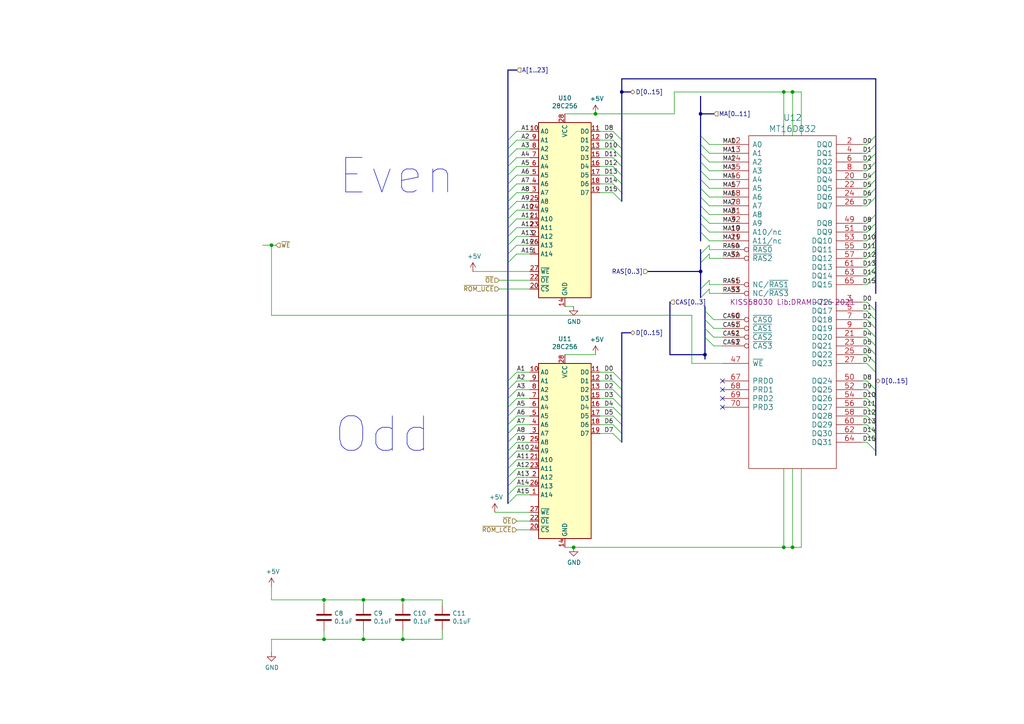
<source format=kicad_sch>
(kicad_sch (version 20231120) (generator "eeschema") (generator_version "8.0")
  (paper "A4")
  (lib_symbols
    (symbol "Device:C" (pin_numbers hide) (pin_names (offset 0.254))
      (property "Reference" "C" (at 0.635 2.54 0))
      (property "Value" "C" (at 0.635 -2.54 0))
      (symbol "C_0_1"
        (polyline (pts (xy -2.032 -0.762) (xy 2.032 -0.762)) (stroke (width 0.508)))
        (polyline (pts (xy -2.032 0.762) (xy 2.032 0.762)) (stroke (width 0.508)))
      )
      (symbol "C_1_1"
        (pin passive line (at 0 3.81 270) (length 2.794) (name "~") (number "1"))
        (pin passive line (at 0 -3.81 90) (length 2.794) (name "~") (number "2"))
      )
    )
    (symbol "KISS68030 Rescue:MT16D832" (pin_names (offset 1.016))
      (property "Reference" "U" (at 0 13.97 0))
      (property "Value" "MT16D832" (at 11.43 -50.8 0))
      (property "Footprint" "KISS68030 Lib:DRAM-72-2021" (at 0 0 0))
      (symbol "MT16D832_0_1"
        (rectangle (start -12.7 -48.26) (end 12.7 48.26))
      )
      (symbol "MT16D832_1_1"
        (pin power_in line (at -2.54 -48.26 90) (length 0) hide (name "GND") (number "1"))
        (pin power_in line (at -2.54 48.26 270) (length 0) hide (name "VCC") (number "10"))
        (pin input line (at -20.32 45.72 0) (length 7.62) (name "A0") (number "12"))
        (pin input line (at -20.32 43.18 0) (length 7.62) (name "A1") (number "13"))
        (pin input line (at -20.32 40.64 0) (length 7.62) (name "A2") (number "14"))
        (pin input line (at -20.32 38.1 0) (length 7.62) (name "A3") (number "15"))
        (pin input line (at -20.32 35.56 0) (length 7.62) (name "A4") (number "16"))
        (pin input line (at -20.32 33.02 0) (length 7.62) (name "A5") (number "17"))
        (pin input line (at -20.32 30.48 0) (length 7.62) (name "A6") (number "18"))
        (pin input line (at -20.32 20.32 0) (length 7.62) (name "A10/nc") (number "19"))
        (pin tri_state line (at 20.32 45.72 180) (length 7.62) (name "DQ0") (number "2"))
        (pin tri_state line (at 20.32 35.56 180) (length 7.62) (name "DQ4") (number "20"))
        (pin tri_state line (at 20.32 -10.16 180) (length 7.62) (name "DQ20") (number "21"))
        (pin tri_state line (at 20.32 33.02 180) (length 7.62) (name "DQ5") (number "22"))
        (pin tri_state line (at 20.32 -12.7 180) (length 7.62) (name "DQ21") (number "23"))
        (pin tri_state line (at 20.32 30.48 180) (length 7.62) (name "DQ6") (number "24"))
        (pin tri_state line (at 20.32 -15.24 180) (length 7.62) (name "DQ22") (number "25"))
        (pin tri_state line (at 20.32 27.94 180) (length 7.62) (name "DQ7") (number "26"))
        (pin tri_state line (at 20.32 -17.78 180) (length 7.62) (name "DQ23") (number "27"))
        (pin input line (at -20.32 27.94 0) (length 7.62) (name "A7") (number "28"))
        (pin input line (at -20.32 17.78 0) (length 7.62) (name "A11/nc") (number "29"))
        (pin tri_state line (at 20.32 0 180) (length 7.62) (name "DQ16") (number "3"))
        (pin power_in line (at 0 48.26 270) (length 0) hide (name "VCC") (number "30"))
        (pin input line (at -20.32 25.4 0) (length 7.62) (name "A8") (number "31"))
        (pin input line (at -20.32 22.86 0) (length 7.62) (name "A9") (number "32"))
        (pin input inverted (at -20.32 2.54 0) (length 7.62) (name "NC/~{RAS3}") (number "33"))
        (pin input inverted (at -20.32 12.7 0) (length 7.62) (name "~{RAS2}") (number "34"))
        (pin power_in line (at 0 -48.26 90) (length 0) hide (name "GND") (number "39"))
        (pin tri_state line (at 20.32 43.18 180) (length 7.62) (name "DQ1") (number "4"))
        (pin input inverted (at -20.32 -5.08 0) (length 7.62) (name "~{CAS0}") (number "40"))
        (pin input inverted (at -20.32 -10.16 0) (length 7.62) (name "~{CAS2}") (number "41"))
        (pin input inverted (at -20.32 -12.7 0) (length 7.62) (name "~{CAS3}") (number "42"))
        (pin input inverted (at -20.32 -7.62 0) (length 7.62) (name "~{CAS1}") (number "43"))
        (pin input inverted (at -20.32 15.24 0) (length 7.62) (name "~{RAS0}") (number "44"))
        (pin input inverted (at -20.32 5.08 0) (length 7.62) (name "NC/~{RAS1}") (number "45"))
        (pin input line (at -20.32 -17.78 0) (length 7.62) (name "~{WE}") (number "47"))
        (pin tri_state line (at 20.32 22.86 180) (length 7.62) (name "DQ8") (number "49"))
        (pin tri_state line (at 20.32 -2.54 180) (length 7.62) (name "DQ17") (number "5"))
        (pin tri_state line (at 20.32 -22.86 180) (length 7.62) (name "DQ24") (number "50"))
        (pin tri_state line (at 20.32 20.32 180) (length 7.62) (name "DQ9") (number "51"))
        (pin tri_state line (at 20.32 -25.4 180) (length 7.62) (name "DQ25") (number "52"))
        (pin tri_state line (at 20.32 17.78 180) (length 7.62) (name "DQ10") (number "53"))
        (pin tri_state line (at 20.32 -27.94 180) (length 7.62) (name "DQ26") (number "54"))
        (pin tri_state line (at 20.32 15.24 180) (length 7.62) (name "DQ11") (number "55"))
        (pin tri_state line (at 20.32 -30.48 180) (length 7.62) (name "DQ27") (number "56"))
        (pin tri_state line (at 20.32 12.7 180) (length 7.62) (name "DQ12") (number "57"))
        (pin tri_state line (at 20.32 -33.02 180) (length 7.62) (name "DQ28") (number "58"))
        (pin power_in line (at 2.54 48.26 270) (length 0) hide (name "VCC") (number "59"))
        (pin tri_state line (at 20.32 40.64 180) (length 7.62) (name "DQ2") (number "6"))
        (pin tri_state line (at 20.32 -35.56 180) (length 7.62) (name "DQ29") (number "60"))
        (pin tri_state line (at 20.32 10.16 180) (length 7.62) (name "DQ13") (number "61"))
        (pin tri_state line (at 20.32 -38.1 180) (length 7.62) (name "DQ30") (number "62"))
        (pin tri_state line (at 20.32 7.62 180) (length 7.62) (name "DQ14") (number "63"))
        (pin tri_state line (at 20.32 -40.64 180) (length 7.62) (name "DQ31") (number "64"))
        (pin tri_state line (at 20.32 5.08 180) (length 7.62) (name "DQ15") (number "65"))
        (pin input line (at -20.32 -22.86 0) (length 7.62) (name "PRD0") (number "67"))
        (pin input line (at -20.32 -25.4 0) (length 7.62) (name "PRD1") (number "68"))
        (pin input line (at -20.32 -27.94 0) (length 7.62) (name "PRD2") (number "69"))
        (pin tri_state line (at 20.32 -5.08 180) (length 7.62) (name "DQ18") (number "7"))
        (pin input line (at -20.32 -30.48 0) (length 7.62) (name "PRD3") (number "70"))
        (pin power_in line (at 2.54 -48.26 90) (length 0) hide (name "GND") (number "72"))
        (pin tri_state line (at 20.32 38.1 180) (length 7.62) (name "DQ3") (number "8"))
        (pin tri_state line (at 20.32 -7.62 180) (length 7.62) (name "DQ19") (number "9"))
      )
    )
    (symbol "Memory_EEPROM:28C256"
      (property "Reference" "U" (at -7.62 26.67 0))
      (property "Value" "28C256" (at 2.54 -26.67 0))
      (symbol "28C256_1_1"
        (rectangle (start -7.62 25.4) (end 7.62 -25.4) (stroke (width 0.254)) (fill (type background)))
        (pin input line (at -10.16 -12.7 0) (length 2.54) (name "A14") (number "1"))
        (pin input line (at -10.16 22.86 0) (length 2.54) (name "A0") (number "10"))
        (pin tri_state line (at 10.16 22.86 180) (length 2.54) (name "D0") (number "11"))
        (pin tri_state line (at 10.16 20.32 180) (length 2.54) (name "D1") (number "12"))
        (pin tri_state line (at 10.16 17.78 180) (length 2.54) (name "D2") (number "13"))
        (pin power_in line (at 0 -27.94 90) (length 2.54) (name "GND") (number "14"))
        (pin tri_state line (at 10.16 15.24 180) (length 2.54) (name "D3") (number "15"))
        (pin tri_state line (at 10.16 12.7 180) (length 2.54) (name "D4") (number "16"))
        (pin tri_state line (at 10.16 10.16 180) (length 2.54) (name "D5") (number "17"))
        (pin tri_state line (at 10.16 7.62 180) (length 2.54) (name "D6") (number "18"))
        (pin tri_state line (at 10.16 5.08 180) (length 2.54) (name "D7") (number "19"))
        (pin input line (at -10.16 -7.62 0) (length 2.54) (name "A12") (number "2"))
        (pin input line (at -10.16 -22.86 0) (length 2.54) (name "~{CS}") (number "20"))
        (pin input line (at -10.16 -2.54 0) (length 2.54) (name "A10") (number "21"))
        (pin input line (at -10.16 -20.32 0) (length 2.54) (name "~{OE}") (number "22"))
        (pin input line (at -10.16 -5.08 0) (length 2.54) (name "A11") (number "23"))
        (pin input line (at -10.16 0 0) (length 2.54) (name "A9") (number "24"))
        (pin input line (at -10.16 2.54 0) (length 2.54) (name "A8") (number "25"))
        (pin input line (at -10.16 -10.16 0) (length 2.54) (name "A13") (number "26"))
        (pin input line (at -10.16 -17.78 0) (length 2.54) (name "~{WE}") (number "27"))
        (pin power_in line (at 0 27.94 270) (length 2.54) (name "VCC") (number "28"))
        (pin input line (at -10.16 5.08 0) (length 2.54) (name "A7") (number "3"))
        (pin input line (at -10.16 7.62 0) (length 2.54) (name "A6") (number "4"))
        (pin input line (at -10.16 10.16 0) (length 2.54) (name "A5") (number "5"))
        (pin input line (at -10.16 12.7 0) (length 2.54) (name "A4") (number "6"))
        (pin input line (at -10.16 15.24 0) (length 2.54) (name "A3") (number "7"))
        (pin input line (at -10.16 17.78 0) (length 2.54) (name "A2") (number "8"))
        (pin input line (at -10.16 20.32 0) (length 2.54) (name "A1") (number "9"))
      )
    )
    (symbol "power:+5V" (power) (pin_names (offset 0))
      (property "Value" "+5V" (at 0 3.556 0))
      (symbol "+5V_0_1"
        (polyline (pts (xy -0.762 1.27) (xy 0 2.54)))
        (polyline (pts (xy 0 0) (xy 0 2.54)))
        (polyline (pts (xy 0 2.54) (xy 0.762 1.27)))
      )
      (symbol "+5V_1_1"
        (pin power_in line (at 0 0 90) (length 0) hide (name "+5V") (number "1"))
      )
    )
    (symbol "power:GND" (power) (pin_names (offset 0))
      (property "Value" "GND" (at 0 -3.81 0))
      (symbol "GND_0_1"
        (polyline (pts (xy 0 0) (xy 0 -1.27) (xy 1.27 -1.27) (xy 0 -2.54) (xy -1.27 -1.27) (xy 0 -1.27)))
      )
      (symbol "GND_1_1"
        (pin power_in line (at 0 0 270) (length 0) hide (name "GND") (number "1"))
      )
    )
  )
  (junction (at 229.87 158.75))
  (junction (at 78.74 71.12))
  (junction (at 180.34 26.67))
  (junction (at 116.84 185.42))
  (junction (at 93.98 185.42))
  (junction (at 105.41 185.42))
  (junction (at 166.37 158.75))
  (junction (at 172.72 33.02))
  (junction (at 229.87 26.67))
  (junction (at 203.2 33.02))
  (junction (at 227.33 158.75))
  (junction (at 116.84 173.99))
  (junction (at 105.41 173.99))
  (junction (at 204.47 102.87))
  (junction (at 227.33 26.67))
  (junction (at 93.98 173.99))
  (junction (at 203.2 78.74))
  (no_connect (at 209.55 118.11))
  (no_connect (at 209.55 113.03))
  (no_connect (at 209.55 115.57))
  (no_connect (at 209.55 110.49))
  (bus_entry (at 254 72.39) (size -2.54 2.54))
  (bus_entry (at 254 80.01) (size -2.54 2.54))
  (bus_entry (at 254 39.37) (size -2.54 2.54))
  (bus_entry (at 204.47 95.25) (size 2.54 2.54))
  (bus_entry (at 149.86 133.35) (size -2.54 2.54))
  (bus_entry (at 149.86 48.26) (size -2.54 2.54))
  (bus_entry (at 177.8 110.49) (size 2.54 2.54))
  (bus_entry (at 254 92.71) (size -2.54 -2.54))
  (bus_entry (at 254 100.33) (size -2.54 -2.54))
  (bus_entry (at 177.8 118.11) (size 2.54 2.54))
  (bus_entry (at 254 113.03) (size -2.54 -2.54))
  (bus_entry (at 254 69.85) (size -2.54 2.54))
  (bus_entry (at 254 120.65) (size -2.54 -2.54))
  (bus_entry (at 203.2 67.31) (size 2.54 2.54))
  (bus_entry (at 177.8 115.57) (size 2.54 2.54))
  (bus_entry (at 203.2 57.15) (size 2.54 2.54))
  (bus_entry (at 177.8 50.8) (size 2.54 2.54))
  (bus_entry (at 149.86 130.81) (size -2.54 2.54))
  (bus_entry (at 254 95.25) (size -2.54 -2.54))
  (bus_entry (at 149.86 113.03) (size -2.54 2.54))
  (bus_entry (at 149.86 45.72) (size -2.54 2.54))
  (bus_entry (at 149.86 71.12) (size -2.54 2.54))
  (bus_entry (at 254 57.15) (size -2.54 2.54))
  (bus_entry (at 177.8 43.18) (size 2.54 2.54))
  (bus_entry (at 149.86 73.66) (size -2.54 2.54))
  (bus_entry (at 149.86 118.11) (size -2.54 2.54))
  (bus_entry (at 254 77.47) (size -2.54 2.54))
  (bus_entry (at 203.2 46.99) (size 2.54 2.54))
  (bus_entry (at 149.86 55.88) (size -2.54 2.54))
  (bus_entry (at 149.86 128.27) (size -2.54 2.54))
  (bus_entry (at 254 49.53) (size -2.54 2.54))
  (bus_entry (at 149.86 38.1) (size -2.54 2.54))
  (bus_entry (at 149.86 135.89) (size -2.54 2.54))
  (bus_entry (at 254 102.87) (size -2.54 -2.54))
  (bus_entry (at 204.47 97.79) (size 2.54 2.54))
  (bus_entry (at 204.47 90.17) (size 2.54 2.54))
  (bus_entry (at 177.8 38.1) (size 2.54 2.54))
  (bus_entry (at 203.2 59.69) (size 2.54 2.54))
  (bus_entry (at 149.86 140.97) (size -2.54 2.54))
  (bus_entry (at 149.86 63.5) (size -2.54 2.54))
  (bus_entry (at 203.2 62.23) (size 2.54 2.54))
  (bus_entry (at 177.8 40.64) (size 2.54 2.54))
  (bus_entry (at 203.2 76.2) (size 2.54 -2.54))
  (bus_entry (at 254 123.19) (size -2.54 -2.54))
  (bus_entry (at 254 128.27) (size -2.54 -2.54))
  (bus_entry (at 149.86 58.42) (size -2.54 2.54))
  (bus_entry (at 203.2 83.82) (size 2.54 -2.54))
  (bus_entry (at 203.2 52.07) (size 2.54 2.54))
  (bus_entry (at 177.8 113.03) (size 2.54 2.54))
  (bus_entry (at 149.86 43.18) (size -2.54 2.54))
  (bus_entry (at 254 107.95) (size -2.54 -2.54))
  (bus_entry (at 203.2 49.53) (size 2.54 2.54))
  (bus_entry (at 149.86 143.51) (size -2.54 2.54))
  (bus_entry (at 254 41.91) (size -2.54 2.54))
  (bus_entry (at 149.86 123.19) (size -2.54 2.54))
  (bus_entry (at 254 67.31) (size -2.54 2.54))
  (bus_entry (at 203.2 39.37) (size 2.54 2.54))
  (bus_entry (at 177.8 125.73) (size 2.54 2.54))
  (bus_entry (at 203.2 54.61) (size 2.54 2.54))
  (bus_entry (at 203.2 73.66) (size 2.54 -2.54))
  (bus_entry (at 254 115.57) (size -2.54 -2.54))
  (bus_entry (at 149.86 53.34) (size -2.54 2.54))
  (bus_entry (at 149.86 50.8) (size -2.54 2.54))
  (bus_entry (at 177.8 45.72) (size 2.54 2.54))
  (bus_entry (at 254 64.77) (size -2.54 2.54))
  (bus_entry (at 149.86 110.49) (size -2.54 2.54))
  (bus_entry (at 254 90.17) (size -2.54 -2.54))
  (bus_entry (at 254 52.07) (size -2.54 2.54))
  (bus_entry (at 149.86 125.73) (size -2.54 2.54))
  (bus_entry (at 149.86 68.58) (size -2.54 2.54))
  (bus_entry (at 254 62.23) (size -2.54 2.54))
  (bus_entry (at 149.86 138.43) (size -2.54 2.54))
  (bus_entry (at 177.8 55.88) (size 2.54 2.54))
  (bus_entry (at 203.2 64.77) (size 2.54 2.54))
  (bus_entry (at 254 44.45) (size -2.54 2.54))
  (bus_entry (at 254 74.93) (size -2.54 2.54))
  (bus_entry (at 149.86 60.96) (size -2.54 2.54))
  (bus_entry (at 204.47 92.71) (size 2.54 2.54))
  (bus_entry (at 254 54.61) (size -2.54 2.54))
  (bus_entry (at 177.8 48.26) (size 2.54 2.54))
  (bus_entry (at 177.8 123.19) (size 2.54 2.54))
  (bus_entry (at 149.86 115.57) (size -2.54 2.54))
  (bus_entry (at 177.8 120.65) (size 2.54 2.54))
  (bus_entry (at 149.86 66.04) (size -2.54 2.54))
  (bus_entry (at 149.86 120.65) (size -2.54 2.54))
  (bus_entry (at 254 97.79) (size -2.54 -2.54))
  (bus_entry (at 149.86 107.95) (size -2.54 2.54))
  (bus_entry (at 203.2 41.91) (size 2.54 2.54))
  (bus_entry (at 254 105.41) (size -2.54 -2.54))
  (bus_entry (at 177.8 107.95) (size 2.54 2.54))
  (bus_entry (at 254 125.73) (size -2.54 -2.54))
  (bus_entry (at 254 46.99) (size -2.54 2.54))
  (bus_entry (at 254 118.11) (size -2.54 -2.54))
  (bus_entry (at 203.2 86.36) (size 2.54 -2.54))
  (bus_entry (at 203.2 44.45) (size 2.54 2.54))
  (bus_entry (at 177.8 53.34) (size 2.54 2.54))
  (bus_entry (at 149.86 40.64) (size -2.54 2.54))
  (bus_entry (at 254 130.81) (size -2.54 -2.54))
  (bus (pts (xy 203.2 72.39) (xy 203.2 73.66)))
  (bus (pts (xy 203.2 57.15) (xy 203.2 59.69)))
  (wire (pts (xy 116.84 182.88) (xy 116.84 185.42)))
  (wire (pts (xy 93.98 185.42) (xy 105.41 185.42)))
  (wire (pts (xy 200.66 91.44) (xy 78.74 91.44)))
  (bus (pts (xy 254 125.73) (xy 254 128.27)))
  (bus (pts (xy 194.31 102.87) (xy 204.47 102.87)))
  (wire (pts (xy 173.99 53.34) (xy 177.8 53.34)))
  (bus (pts (xy 147.32 113.03) (xy 147.32 115.57)))
  (bus (pts (xy 147.32 58.42) (xy 147.32 60.96)))
  (wire (pts (xy 250.19 90.17) (xy 251.46 90.17)))
  (wire (pts (xy 173.99 55.88) (xy 177.8 55.88)))
  (bus (pts (xy 180.34 40.64) (xy 180.34 43.18)))
  (wire (pts (xy 250.19 52.07) (xy 251.46 52.07)))
  (wire (pts (xy 173.99 118.11) (xy 177.8 118.11)))
  (bus (pts (xy 147.32 55.88) (xy 147.32 58.42)))
  (wire (pts (xy 250.19 118.11) (xy 251.46 118.11)))
  (wire (pts (xy 128.27 175.26) (xy 128.27 173.99)))
  (wire (pts (xy 153.67 113.03) (xy 149.86 113.03)))
  (bus (pts (xy 147.32 120.65) (xy 147.32 123.19)))
  (wire (pts (xy 153.67 38.1) (xy 149.86 38.1)))
  (bus (pts (xy 204.47 92.71) (xy 204.47 95.25)))
  (wire (pts (xy 250.19 49.53) (xy 251.46 49.53)))
  (bus (pts (xy 254 62.23) (xy 254 64.77)))
  (wire (pts (xy 153.67 128.27) (xy 149.86 128.27)))
  (wire (pts (xy 78.74 91.44) (xy 78.74 71.12)))
  (wire (pts (xy 153.67 138.43) (xy 149.86 138.43)))
  (wire (pts (xy 78.74 185.42) (xy 93.98 185.42)))
  (wire (pts (xy 250.19 57.15) (xy 251.46 57.15)))
  (bus (pts (xy 180.34 125.73) (xy 180.34 128.27)))
  (wire (pts (xy 153.67 118.11) (xy 149.86 118.11)))
  (bus (pts (xy 147.32 53.34) (xy 147.32 55.88)))
  (bus (pts (xy 147.32 60.96) (xy 147.32 63.5)))
  (wire (pts (xy 250.19 87.63) (xy 251.46 87.63)))
  (wire (pts (xy 153.67 107.95) (xy 149.86 107.95)))
  (wire (pts (xy 173.99 107.95) (xy 177.8 107.95)))
  (bus (pts (xy 254 52.07) (xy 254 54.61)))
  (bus (pts (xy 254 100.33) (xy 254 102.87)))
  (bus (pts (xy 204.47 102.87) (xy 204.47 104.14)))
  (bus (pts (xy 180.34 123.19) (xy 180.34 125.73)))
  (bus (pts (xy 254 64.77) (xy 254 67.31)))
  (bus (pts (xy 147.32 45.72) (xy 147.32 48.26)))
  (wire (pts (xy 205.74 69.85) (xy 209.55 69.85)))
  (bus (pts (xy 254 102.87) (xy 254 105.41)))
  (bus (pts (xy 147.32 110.49) (xy 147.32 113.03)))
  (wire (pts (xy 250.19 97.79) (xy 251.46 97.79)))
  (wire (pts (xy 153.67 48.26) (xy 149.86 48.26)))
  (wire (pts (xy 116.84 173.99) (xy 128.27 173.99)))
  (bus (pts (xy 254 44.45) (xy 254 46.99)))
  (wire (pts (xy 153.67 71.12) (xy 149.86 71.12)))
  (bus (pts (xy 254 128.27) (xy 254 130.81)))
  (bus (pts (xy 203.2 78.74) (xy 203.2 83.82)))
  (wire (pts (xy 153.67 55.88) (xy 149.86 55.88)))
  (wire (pts (xy 205.74 67.31) (xy 209.55 67.31)))
  (wire (pts (xy 153.67 151.13) (xy 149.86 151.13)))
  (wire (pts (xy 153.67 130.81) (xy 149.86 130.81)))
  (wire (pts (xy 227.33 158.75) (xy 166.37 158.75)))
  (wire (pts (xy 205.74 46.99) (xy 209.55 46.99)))
  (wire (pts (xy 250.19 41.91) (xy 251.46 41.91)))
  (bus (pts (xy 254 105.41) (xy 254 107.95)))
  (wire (pts (xy 250.19 46.99) (xy 251.46 46.99)))
  (wire (pts (xy 229.87 135.89) (xy 229.87 158.75)))
  (wire (pts (xy 163.83 88.9) (xy 166.37 88.9)))
  (wire (pts (xy 173.99 115.57) (xy 177.8 115.57)))
  (bus (pts (xy 203.2 83.82) (xy 203.2 86.36)))
  (wire (pts (xy 250.19 80.01) (xy 251.46 80.01)))
  (wire (pts (xy 209.55 105.41) (xy 200.66 105.41)))
  (bus (pts (xy 147.32 40.64) (xy 147.32 43.18)))
  (wire (pts (xy 153.67 110.49) (xy 149.86 110.49)))
  (bus (pts (xy 180.34 96.52) (xy 182.88 96.52)))
  (bus (pts (xy 147.32 138.43) (xy 147.32 140.97)))
  (wire (pts (xy 173.99 113.03) (xy 177.8 113.03)))
  (wire (pts (xy 250.19 59.69) (xy 251.46 59.69)))
  (wire (pts (xy 250.19 105.41) (xy 251.46 105.41)))
  (wire (pts (xy 172.72 102.87) (xy 163.83 102.87)))
  (wire (pts (xy 250.19 64.77) (xy 251.46 64.77)))
  (bus (pts (xy 187.96 78.74) (xy 203.2 78.74)))
  (bus (pts (xy 147.32 128.27) (xy 147.32 130.81)))
  (bus (pts (xy 180.34 26.67) (xy 180.34 40.64)))
  (bus (pts (xy 147.32 68.58) (xy 147.32 71.12)))
  (wire (pts (xy 232.41 39.37) (xy 232.41 26.67)))
  (wire (pts (xy 78.74 170.18) (xy 78.74 173.99)))
  (bus (pts (xy 180.34 22.86) (xy 254 22.86)))
  (wire (pts (xy 250.19 77.47) (xy 251.46 77.47)))
  (bus (pts (xy 203.2 54.61) (xy 203.2 57.15)))
  (wire (pts (xy 143.51 148.59) (xy 153.67 148.59)))
  (wire (pts (xy 232.41 158.75) (xy 229.87 158.75)))
  (wire (pts (xy 153.67 40.64) (xy 149.86 40.64)))
  (bus (pts (xy 254 57.15) (xy 254 62.23)))
  (wire (pts (xy 78.74 185.42) (xy 78.74 189.23)))
  (wire (pts (xy 153.67 153.67) (xy 149.86 153.67)))
  (bus (pts (xy 204.47 97.79) (xy 204.47 102.87)))
  (wire (pts (xy 250.19 67.31) (xy 251.46 67.31)))
  (wire (pts (xy 229.87 158.75) (xy 227.33 158.75)))
  (wire (pts (xy 205.74 44.45) (xy 209.55 44.45)))
  (wire (pts (xy 205.74 82.55) (xy 209.55 82.55)))
  (bus (pts (xy 204.47 95.25) (xy 204.47 97.79)))
  (wire (pts (xy 105.41 185.42) (xy 116.84 185.42)))
  (bus (pts (xy 254 95.25) (xy 254 97.79)))
  (wire (pts (xy 250.19 128.27) (xy 251.46 128.27)))
  (wire (pts (xy 205.74 54.61) (xy 209.55 54.61)))
  (wire (pts (xy 250.19 100.33) (xy 251.46 100.33)))
  (wire (pts (xy 173.99 48.26) (xy 177.8 48.26)))
  (bus (pts (xy 203.2 76.2) (xy 203.2 78.74)))
  (bus (pts (xy 147.32 20.32) (xy 147.32 40.64)))
  (wire (pts (xy 250.19 72.39) (xy 251.46 72.39)))
  (wire (pts (xy 200.66 105.41) (xy 200.66 91.44)))
  (bus (pts (xy 147.32 143.51) (xy 147.32 146.05)))
  (wire (pts (xy 153.67 63.5) (xy 149.86 63.5)))
  (bus (pts (xy 147.32 43.18) (xy 147.32 45.72)))
  (wire (pts (xy 173.99 50.8) (xy 177.8 50.8)))
  (wire (pts (xy 205.74 52.07) (xy 209.55 52.07)))
  (bus (pts (xy 147.32 63.5) (xy 147.32 66.04)))
  (wire (pts (xy 207.01 97.79) (xy 209.55 97.79)))
  (wire (pts (xy 229.87 26.67) (xy 227.33 26.67)))
  (wire (pts (xy 153.67 140.97) (xy 149.86 140.97)))
  (bus (pts (xy 254 87.63) (xy 254 90.17)))
  (bus (pts (xy 254 49.53) (xy 254 52.07)))
  (wire (pts (xy 205.74 57.15) (xy 209.55 57.15)))
  (wire (pts (xy 128.27 182.88) (xy 128.27 185.42)))
  (bus (pts (xy 147.32 115.57) (xy 147.32 118.11)))
  (wire (pts (xy 205.74 81.28) (xy 205.74 82.55)))
  (wire (pts (xy 153.67 58.42) (xy 149.86 58.42)))
  (bus (pts (xy 147.32 125.73) (xy 147.32 128.27)))
  (bus (pts (xy 180.34 45.72) (xy 180.34 48.26)))
  (bus (pts (xy 254 118.11) (xy 254 120.65)))
  (wire (pts (xy 250.19 44.45) (xy 251.46 44.45)))
  (wire (pts (xy 250.19 69.85) (xy 251.46 69.85)))
  (wire (pts (xy 205.74 59.69) (xy 209.55 59.69)))
  (bus (pts (xy 180.34 43.18) (xy 180.34 45.72)))
  (wire (pts (xy 205.74 41.91) (xy 209.55 41.91)))
  (bus (pts (xy 203.2 44.45) (xy 203.2 46.99)))
  (bus (pts (xy 147.32 20.32) (xy 149.86 20.32)))
  (bus (pts (xy 180.34 26.67) (xy 180.34 22.86)))
  (wire (pts (xy 227.33 26.67) (xy 195.58 26.67)))
  (wire (pts (xy 232.41 26.67) (xy 229.87 26.67)))
  (bus (pts (xy 254 41.91) (xy 254 44.45)))
  (bus (pts (xy 254 67.31) (xy 254 69.85)))
  (bus (pts (xy 254 77.47) (xy 254 80.01)))
  (wire (pts (xy 105.41 175.26) (xy 105.41 173.99)))
  (bus (pts (xy 147.32 135.89) (xy 147.32 138.43)))
  (bus (pts (xy 204.47 90.17) (xy 204.47 92.71)))
  (wire (pts (xy 207.01 92.71) (xy 209.55 92.71)))
  (wire (pts (xy 207.01 95.25) (xy 209.55 95.25)))
  (wire (pts (xy 250.19 123.19) (xy 251.46 123.19)))
  (bus (pts (xy 207.01 33.02) (xy 203.2 33.02)))
  (wire (pts (xy 153.67 120.65) (xy 149.86 120.65)))
  (wire (pts (xy 173.99 40.64) (xy 177.8 40.64)))
  (bus (pts (xy 203.2 64.77) (xy 203.2 67.31)))
  (wire (pts (xy 173.99 120.65) (xy 177.8 120.65)))
  (wire (pts (xy 144.78 81.28) (xy 153.67 81.28)))
  (bus (pts (xy 254 97.79) (xy 254 100.33)))
  (bus (pts (xy 203.2 41.91) (xy 203.2 44.45)))
  (wire (pts (xy 76.2 71.12) (xy 78.74 71.12)))
  (wire (pts (xy 116.84 185.42) (xy 128.27 185.42)))
  (wire (pts (xy 137.16 78.74) (xy 153.67 78.74)))
  (wire (pts (xy 250.19 95.25) (xy 251.46 95.25)))
  (wire (pts (xy 250.19 74.93) (xy 251.46 74.93)))
  (wire (pts (xy 250.19 125.73) (xy 251.46 125.73)))
  (wire (pts (xy 205.74 73.66) (xy 205.74 74.93)))
  (bus (pts (xy 203.2 33.02) (xy 203.2 39.37)))
  (bus (pts (xy 203.2 49.53) (xy 203.2 52.07)))
  (wire (pts (xy 153.67 123.19) (xy 149.86 123.19)))
  (bus (pts (xy 254 72.39) (xy 254 74.93)))
  (bus (pts (xy 180.34 48.26) (xy 180.34 50.8)))
  (wire (pts (xy 105.41 182.88) (xy 105.41 185.42)))
  (wire (pts (xy 153.67 43.18) (xy 149.86 43.18)))
  (bus (pts (xy 203.2 62.23) (xy 203.2 64.77)))
  (wire (pts (xy 250.19 110.49) (xy 251.46 110.49)))
  (wire (pts (xy 173.99 123.19) (xy 177.8 123.19)))
  (wire (pts (xy 205.74 72.39) (xy 209.55 72.39)))
  (bus (pts (xy 254 120.65) (xy 254 123.19)))
  (bus (pts (xy 254 46.99) (xy 254 49.53)))
  (bus (pts (xy 147.32 130.81) (xy 147.32 133.35)))
  (wire (pts (xy 227.33 135.89) (xy 227.33 158.75)))
  (bus (pts (xy 203.2 67.31) (xy 203.2 69.85)))
  (bus (pts (xy 254 123.19) (xy 254 125.73)))
  (wire (pts (xy 153.67 125.73) (xy 149.86 125.73)))
  (wire (pts (xy 144.78 83.82) (xy 153.67 83.82)))
  (wire (pts (xy 78.74 71.12) (xy 80.01 71.12)))
  (wire (pts (xy 163.83 158.75) (xy 166.37 158.75)))
  (wire (pts (xy 250.19 54.61) (xy 251.46 54.61)))
  (bus (pts (xy 254 90.17) (xy 254 92.71)))
  (bus (pts (xy 203.2 27.94) (xy 203.2 33.02)))
  (bus (pts (xy 147.32 133.35) (xy 147.32 135.89)))
  (bus (pts (xy 254 107.95) (xy 254 113.03)))
  (wire (pts (xy 205.74 74.93) (xy 209.55 74.93)))
  (bus (pts (xy 203.2 39.37) (xy 203.2 41.91)))
  (bus (pts (xy 180.34 96.52) (xy 180.34 110.49)))
  (wire (pts (xy 116.84 175.26) (xy 116.84 173.99)))
  (wire (pts (xy 153.67 60.96) (xy 149.86 60.96)))
  (wire (pts (xy 195.58 26.67) (xy 195.58 33.02)))
  (wire (pts (xy 232.41 135.89) (xy 232.41 158.75)))
  (wire (pts (xy 153.67 135.89) (xy 149.86 135.89)))
  (wire (pts (xy 105.41 173.99) (xy 116.84 173.99)))
  (bus (pts (xy 180.34 53.34) (xy 180.34 55.88)))
  (bus (pts (xy 254 113.03) (xy 254 115.57)))
  (wire (pts (xy 153.67 115.57) (xy 149.86 115.57)))
  (wire (pts (xy 250.19 92.71) (xy 251.46 92.71)))
  (bus (pts (xy 254 74.93) (xy 254 77.47)))
  (bus (pts (xy 254 80.01) (xy 254 85.09)))
  (wire (pts (xy 93.98 182.88) (xy 93.98 185.42)))
  (wire (pts (xy 205.74 62.23) (xy 209.55 62.23)))
  (bus (pts (xy 203.2 59.69) (xy 203.2 62.23)))
  (bus (pts (xy 180.34 110.49) (xy 180.34 113.03)))
  (bus (pts (xy 203.2 46.99) (xy 203.2 49.53)))
  (wire (pts (xy 227.33 26.67) (xy 227.33 39.37)))
  (wire (pts (xy 173.99 43.18) (xy 177.8 43.18)))
  (wire (pts (xy 250.19 120.65) (xy 251.46 120.65)))
  (bus (pts (xy 147.32 118.11) (xy 147.32 120.65)))
  (wire (pts (xy 195.58 33.02) (xy 172.72 33.02)))
  (bus (pts (xy 147.32 48.26) (xy 147.32 50.8)))
  (wire (pts (xy 153.67 50.8) (xy 149.86 50.8)))
  (bus (pts (xy 203.2 73.66) (xy 203.2 76.2)))
  (wire (pts (xy 250.19 82.55) (xy 251.46 82.55)))
  (wire (pts (xy 205.74 83.82) (xy 205.74 85.09)))
  (bus (pts (xy 254 115.57) (xy 254 118.11)))
  (bus (pts (xy 180.34 120.65) (xy 180.34 123.19)))
  (wire (pts (xy 153.67 53.34) (xy 149.86 53.34)))
  (wire (pts (xy 229.87 26.67) (xy 229.87 39.37)))
  (bus (pts (xy 147.32 73.66) (xy 147.32 76.2)))
  (wire (pts (xy 173.99 38.1) (xy 177.8 38.1)))
  (bus (pts (xy 254 92.71) (xy 254 95.25)))
  (wire (pts (xy 153.67 143.51) (xy 149.86 143.51)))
  (wire (pts (xy 205.74 71.12) (xy 205.74 72.39)))
  (wire (pts (xy 93.98 173.99) (xy 105.41 173.99)))
  (wire (pts (xy 153.67 68.58) (xy 149.86 68.58)))
  (bus (pts (xy 180.34 113.03) (xy 180.34 115.57)))
  (wire (pts (xy 205.74 85.09) (xy 209.55 85.09)))
  (wire (pts (xy 78.74 173.99) (xy 93.98 173.99)))
  (bus (pts (xy 180.34 26.67) (xy 182.88 26.67)))
  (wire (pts (xy 207.01 100.33) (xy 209.55 100.33)))
  (bus (pts (xy 254 39.37) (xy 254 41.91)))
  (bus (pts (xy 180.34 115.57) (xy 180.34 118.11)))
  (wire (pts (xy 153.67 45.72) (xy 149.86 45.72)))
  (wire (pts (xy 250.19 102.87) (xy 251.46 102.87)))
  (bus (pts (xy 254 69.85) (xy 254 72.39)))
  (wire (pts (xy 205.74 49.53) (xy 209.55 49.53)))
  (wire (pts (xy 173.99 125.73) (xy 177.8 125.73)))
  (wire (pts (xy 153.67 73.66) (xy 149.86 73.66)))
  (wire (pts (xy 172.72 33.02) (xy 163.83 33.02)))
  (bus (pts (xy 147.32 140.97) (xy 147.32 143.51)))
  (bus (pts (xy 180.34 118.11) (xy 180.34 120.65)))
  (wire (pts (xy 205.74 64.77) (xy 209.55 64.77)))
  (bus (pts (xy 194.31 87.63) (xy 194.31 102.87)))
  (bus (pts (xy 147.32 76.2) (xy 147.32 110.49)))
  (bus (pts (xy 180.34 55.88) (xy 180.34 58.42)))
  (bus (pts (xy 204.47 88.9) (xy 204.47 90.17)))
  (wire (pts (xy 250.19 115.57) (xy 251.46 115.57)))
  (bus (pts (xy 180.34 50.8) (xy 180.34 53.34)))
  (bus (pts (xy 147.32 71.12) (xy 147.32 73.66)))
  (wire (pts (xy 173.99 45.72) (xy 177.8 45.72)))
  (wire (pts (xy 153.67 66.04) (xy 149.86 66.04)))
  (wire (pts (xy 250.19 113.03) (xy 251.46 113.03)))
  (wire (pts (xy 153.67 133.35) (xy 149.86 133.35)))
  (wire (pts (xy 93.98 175.26) (xy 93.98 173.99)))
  (bus (pts (xy 147.32 50.8) (xy 147.32 53.34)))
  (bus (pts (xy 254 54.61) (xy 254 57.15)))
  (bus (pts (xy 203.2 52.07) (xy 203.2 54.61)))
  (wire (pts (xy 173.99 110.49) (xy 177.8 110.49)))
  (bus (pts (xy 254 130.81) (xy 254 132.08)))
  (bus (pts (xy 147.32 123.19) (xy 147.32 125.73)))
  (bus (pts (xy 254 22.86) (xy 254 39.37)))
  (bus (pts (xy 147.32 66.04) (xy 147.32 68.58)))
  (text "Even" (at 97.79 57.15 0) (effects (font (size 10.0076 10.0076)) (justify left bottom)))
  (text "Odd" (at 96.52 132.08 0) (effects (font (size 10.0076 10.0076)) (justify left bottom)))
  (label "CAS2" (at 209.55 97.79 0))
  (label "D11" (at 175.26 45.72 0))
  (label "MA8" (at 209.55 62.23 0))
  (label "A8" (at 151.13 55.88 0))
  (label "D3" (at 250.19 49.53 0))
  (label "MA0" (at 209.55 41.91 0))
  (label "D13" (at 250.19 123.19 0))
  (label "D7" (at 250.19 105.41 0))
  (label "D15" (at 250.19 82.55 0))
  (label "D14" (at 175.26 53.34 0))
  (label "D1" (at 175.26 110.49 0))
  (label "A7" (at 149.86 123.19 0))
  (label "MA1" (at 209.55 44.45 0))
  (label "D11" (at 250.19 118.11 0))
  (label "D10" (at 175.26 43.18 0))
  (label "D14" (at 250.19 125.73 0))
  (label "D15" (at 250.19 128.27 0))
  (label "A14" (at 149.86 140.97 0))
  (label "A4" (at 149.86 115.57 0))
  (label "A1" (at 151.13 38.1 0))
  (label "CAS3" (at 209.55 100.33 0))
  (label "D1" (at 250.19 90.17 0))
  (label "D6" (at 250.19 102.87 0))
  (label "A11" (at 149.86 133.35 0))
  (label "MA10" (at 209.55 67.31 0))
  (label "A15" (at 151.13 73.66 0))
  (label "D7" (at 175.26 125.73 0))
  (label "D3" (at 175.26 115.57 0))
  (label "A12" (at 151.13 66.04 0))
  (label "D12" (at 250.19 120.65 0))
  (label "D14" (at 250.19 80.01 0))
  (label "D12" (at 250.19 74.93 0))
  (label "D2" (at 250.19 92.71 0))
  (label "A9" (at 151.13 58.42 0))
  (label "A13" (at 151.13 68.58 0))
  (label "D1" (at 250.19 44.45 0))
  (label "D10" (at 250.19 115.57 0))
  (label "D0" (at 250.19 41.91 0))
  (label "MA6" (at 209.55 57.15 0))
  (label "A6" (at 151.13 50.8 0))
  (label "A10" (at 151.13 60.96 0))
  (label "D6" (at 250.19 57.15 0))
  (label "D10" (at 250.19 69.85 0))
  (label "CAS1" (at 209.55 95.25 0))
  (label "D9" (at 250.19 67.31 0))
  (label "MA2" (at 209.55 46.99 0))
  (label "A12" (at 149.86 135.89 0))
  (label "D7" (at 250.19 59.69 0))
  (label "D4" (at 250.19 97.79 0))
  (label "A14" (at 151.13 71.12 0))
  (label "CAS0" (at 209.55 92.71 0))
  (label "MA5" (at 209.55 54.61 0))
  (label "MA7" (at 209.55 59.69 0))
  (label "A5" (at 151.13 48.26 0))
  (label "RAS2" (at 209.55 74.93 0))
  (label "D8" (at 175.26 38.1 0))
  (label "D2" (at 250.19 46.99 0))
  (label "D2" (at 175.26 113.03 0))
  (label "D8" (at 250.19 64.77 0))
  (label "A15" (at 149.86 143.51 0))
  (label "D8" (at 250.19 110.49 0))
  (label "RAS0" (at 209.55 72.39 0))
  (label "D15" (at 175.26 55.88 0))
  (label "D9" (at 175.26 40.64 0))
  (label "A11" (at 151.13 63.5 0))
  (label "A3" (at 151.13 43.18 0))
  (label "RAS1" (at 209.55 82.55 0))
  (label "D6" (at 175.26 123.19 0))
  (label "D5" (at 250.19 54.61 0))
  (label "D4" (at 250.19 52.07 0))
  (label "D3" (at 250.19 95.25 0))
  (label "MA11" (at 209.55 69.85 0))
  (label "A10" (at 149.86 130.81 0))
  (label "A8" (at 149.86 125.73 0))
  (label "D5" (at 175.26 120.65 0))
  (label "MA4" (at 209.55 52.07 0))
  (label "A6" (at 149.86 120.65 0))
  (label "RAS3" (at 209.55 85.09 0))
  (label "D11" (at 250.19 72.39 0))
  (label "A9" (at 149.86 128.27 0))
  (label "D5" (at 250.19 100.33 0))
  (label "A4" (at 151.13 45.72 0))
  (label "D0" (at 175.26 107.95 0))
  (label "MA9" (at 209.55 64.77 0))
  (label "A1" (at 149.86 107.95 0))
  (label "MA3" (at 209.55 49.53 0))
  (label "A13" (at 149.86 138.43 0))
  (label "D9" (at 250.19 113.03 0))
  (label "A3" (at 149.86 113.03 0))
  (label "D12" (at 175.26 48.26 0))
  (label "A7" (at 151.13 53.34 0))
  (label "A2" (at 149.86 110.49 0))
  (label "D0" (at 250.19 87.63 0))
  (label "A5" (at 149.86 118.11 0))
  (label "D13" (at 175.26 50.8 0))
  (label "D13" (at 250.19 77.47 0))
  (label "D4" (at 175.26 118.11 0))
  (label "A2" (at 151.13 40.64 0))
  (hierarchical_label "~{ROM_UCE}" (shape input) (at 144.78 83.82 180))
  (hierarchical_label "D[0..15]" (shape bidirectional) (at 182.88 26.67 0))
  (hierarchical_label "D[0..15]" (shape bidirectional) (at 182.88 96.52 0))
  (hierarchical_label "~{OE}" (shape input) (at 149.86 151.13 180))
  (hierarchical_label "~{ROM_LCE}" (shape input) (at 149.86 153.67 180))
  (hierarchical_label "A[1..23]" (shape input) (at 149.86 20.32 0))
  (hierarchical_label "CAS[0..3]" (shape input) (at 194.31 87.63 0))
  (hierarchical_label "~{OE}" (shape input) (at 144.78 81.28 180))
  (hierarchical_label "MA[0..11]" (shape input) (at 207.01 33.02 0))
  (hierarchical_label "RAS[0..3]" (shape input) (at 187.96 78.74 180))
  (hierarchical_label "D[0..15]" (shape bidirectional) (at 254 110.49 0))
  (hierarchical_label "~{WE}" (shape input) (at 80.01 71.12 0))
  (symbol (lib_id "Memory_EEPROM:28C256") (at 163.83 60.96 0) (unit 1)
    (property "Reference" "U10" (at 163.83 28.4226 0))
    (property "Value" "28C256" (at 163.83 30.734 0))
    (property "Footprint" "Package_DIP:DIP-28_W15.24mm_Socket_LongPads" (effects (hide yes)))
    (property "Datasheet" "http://ww1.microchip.com/downloads/en/DeviceDoc/doc0006.pdf" (effects (hide yes)))
  )
  (symbol (lib_id "Memory_EEPROM:28C256") (at 163.83 130.81 0) (unit 1)
    (property "Reference" "U11" (at 163.83 98.2726 0))
    (property "Value" "28C256" (at 163.83 100.584 0))
    (property "Footprint" "Package_DIP:DIP-28_W15.24mm_Socket_LongPads" (effects (hide yes)))
    (property "Datasheet" "http://ww1.microchip.com/downloads/en/DeviceDoc/doc0006.pdf" (effects (hide yes)))
  )
  (symbol (lib_id "Device:C") (at 93.98 179.07 0) (unit 1)
    (property "Reference" "C8" (at 96.901 177.9016 0) (effects (justify left)))
    (property "Value" "0.1uF" (at 96.901 180.213 0) (effects (justify left)))
    (property "Footprint" "Capacitor_SMD:C_1206_3216Metric_Pad1.33x1.80mm_HandSolder" (effects (hide yes)))
    (property "LCSC" "C24497" (effects (hide yes)))
  )
  (symbol (lib_id "power:GND") (at 78.74 189.23 0) (unit 1)
    (property "Reference" "#PWR041" (effects (hide yes)))
    (property "Value" "GND" (at 78.867 193.6242 0))
  )
  (symbol (lib_id "power:+5V") (at 78.74 170.18 0) (unit 1)
    (property "Reference" "#PWR040" (effects (hide yes)))
    (property "Value" "+5V" (at 79.121 165.7858 0))
  )
  (symbol (lib_id "Device:C") (at 105.41 179.07 0) (unit 1)
    (property "Reference" "C9" (at 108.331 177.9016 0) (effects (justify left)))
    (property "Value" "0.1uF" (at 108.331 180.213 0) (effects (justify left)))
    (property "Footprint" "Capacitor_SMD:C_1206_3216Metric_Pad1.33x1.80mm_HandSolder" (effects (hide yes)))
    (property "LCSC" "C24497" (effects (hide yes)))
  )
  (symbol (lib_id "Device:C") (at 116.84 179.07 0) (unit 1)
    (property "Reference" "C10" (at 119.761 177.9016 0) (effects (justify left)))
    (property "Value" "0.1uF" (at 119.761 180.213 0) (effects (justify left)))
    (property "Footprint" "Capacitor_SMD:C_1206_3216Metric_Pad1.33x1.80mm_HandSolder" (effects (hide yes)))
    (property "LCSC" "C24497" (effects (hide yes)))
  )
  (symbol (lib_id "Device:C") (at 128.27 179.07 0) (unit 1)
    (property "Reference" "C11" (at 131.191 177.9016 0) (effects (justify left)))
    (property "Value" "0.1uF" (at 131.191 180.213 0) (effects (justify left)))
    (property "Footprint" "Capacitor_SMD:C_1206_3216Metric_Pad1.33x1.80mm_HandSolder" (effects (hide yes)))
    (property "LCSC" "C24497" (effects (hide yes)))
  )
  (symbol (lib_id "power:GND") (at 166.37 158.75 0) (unit 1)
    (property "Reference" "#PWR045" (effects (hide yes)))
    (property "Value" "GND" (at 166.497 163.1442 0))
  )
  (symbol (lib_id "power:GND") (at 166.37 88.9 0) (unit 1)
    (property "Reference" "#PWR044" (effects (hide yes)))
    (property "Value" "GND" (at 166.497 93.2942 0))
  )
  (symbol (lib_id "power:+5V") (at 143.51 148.59 0) (unit 1)
    (property "Reference" "#PWR043" (effects (hide yes)))
    (property "Value" "+5V" (at 143.891 144.1958 0))
  )
  (symbol (lib_id "power:+5V") (at 137.16 78.74 0) (unit 1)
    (property "Reference" "#PWR042" (effects (hide yes)))
    (property "Value" "+5V" (at 137.541 74.3458 0))
  )
  (symbol (lib_id "power:+5V") (at 172.72 102.87 0) (unit 1)
    (property "Reference" "#PWR047" (effects (hide yes)))
    (property "Value" "+5V" (at 173.101 98.4758 0))
  )
  (symbol (lib_id "power:+5V") (at 172.72 33.02 0) (unit 1)
    (property "Reference" "#PWR046" (effects (hide yes)))
    (property "Value" "+5V" (at 173.101 28.6258 0))
  )
  (symbol (lib_id "KISS68030 Rescue:MT16D832") (at 229.87 87.63 0) (unit 1)
    (property "Reference" "U12" (at 229.87 34.1266 0) (effects (font (size 1.778 1.778))))
    (property "Value" "MT16D832" (at 229.87 37.3682 0) (effects (font (size 1.778 1.778))))
    (property "Footprint" "KISS68030 Lib:DRAM-72-2021" (at 229.87 87.63 0) (effects (font (size 1.524 1.524))))
  )
)
</source>
